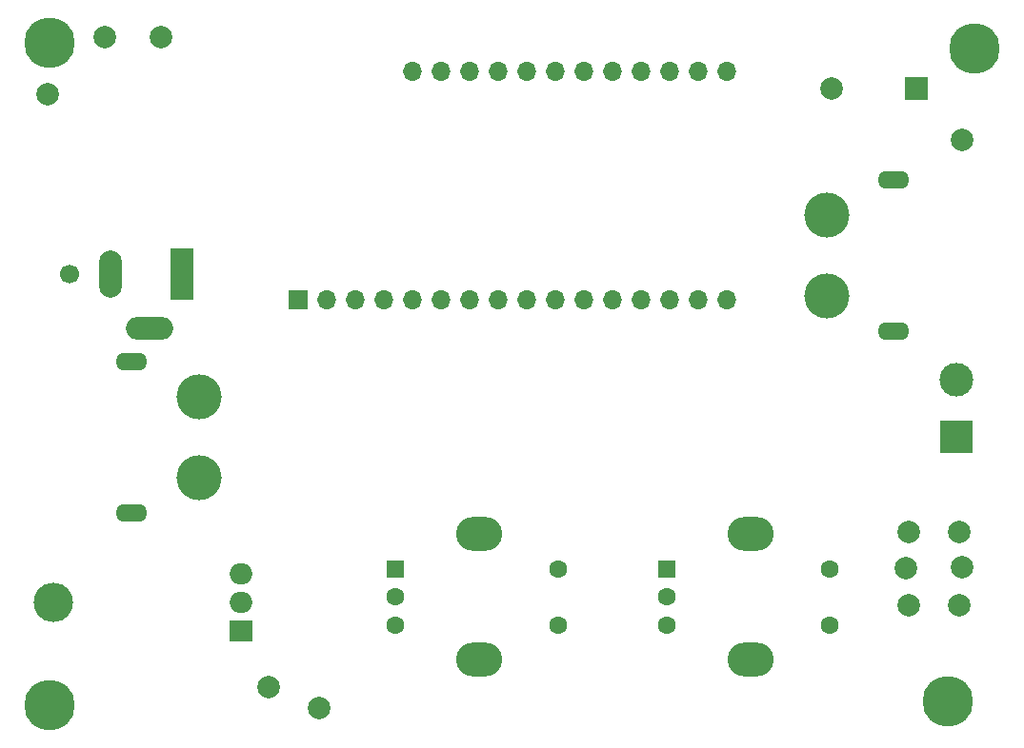
<source format=gbs>
%TF.GenerationSoftware,KiCad,Pcbnew,7.0.10-7.0.10~ubuntu22.04.1*%
%TF.CreationDate,2024-01-10T15:33:04-08:00*%
%TF.ProjectId,eFuse_voltmeter_r6,65467573-655f-4766-9f6c-746d65746572,rev?*%
%TF.SameCoordinates,Original*%
%TF.FileFunction,Soldermask,Bot*%
%TF.FilePolarity,Negative*%
%FSLAX46Y46*%
G04 Gerber Fmt 4.6, Leading zero omitted, Abs format (unit mm)*
G04 Created by KiCad (PCBNEW 7.0.10-7.0.10~ubuntu22.04.1) date 2024-01-10 15:33:04*
%MOMM*%
%LPD*%
G01*
G04 APERTURE LIST*
G04 Aperture macros list*
%AMRoundRect*
0 Rectangle with rounded corners*
0 $1 Rounding radius*
0 $2 $3 $4 $5 $6 $7 $8 $9 X,Y pos of 4 corners*
0 Add a 4 corners polygon primitive as box body*
4,1,4,$2,$3,$4,$5,$6,$7,$8,$9,$2,$3,0*
0 Add four circle primitives for the rounded corners*
1,1,$1+$1,$2,$3*
1,1,$1+$1,$4,$5*
1,1,$1+$1,$6,$7*
1,1,$1+$1,$8,$9*
0 Add four rect primitives between the rounded corners*
20,1,$1+$1,$2,$3,$4,$5,0*
20,1,$1+$1,$4,$5,$6,$7,0*
20,1,$1+$1,$6,$7,$8,$9,0*
20,1,$1+$1,$8,$9,$2,$3,0*%
G04 Aperture macros list end*
%ADD10C,4.500000*%
%ADD11C,2.000000*%
%ADD12C,4.000000*%
%ADD13O,2.800000X1.600000*%
%ADD14C,1.700000*%
%ADD15R,2.000000X4.600000*%
%ADD16O,2.000000X4.200000*%
%ADD17O,4.200000X2.000000*%
%ADD18R,3.000000X3.000000*%
%ADD19C,3.000000*%
%ADD20O,3.500000X3.500000*%
%ADD21R,2.000000X1.905000*%
%ADD22O,2.000000X1.905000*%
%ADD23R,1.700000X1.700000*%
%ADD24O,1.700000X1.700000*%
%ADD25R,2.000000X2.000000*%
%ADD26RoundRect,0.250000X-0.550000X-0.550000X0.550000X-0.550000X0.550000X0.550000X-0.550000X0.550000X0*%
%ADD27C,1.600000*%
%ADD28O,4.100000X3.000000*%
G04 APERTURE END LIST*
D10*
%TO.C,H4*%
X84810600Y-125307400D03*
%TD*%
%TO.C,H2*%
X84818200Y-66430200D03*
%TD*%
D11*
%TO.C,TP_Alert1*%
X94691200Y-65922200D03*
%TD*%
D10*
%TO.C,H1*%
X167028200Y-66938200D03*
%TD*%
D11*
%TO.C,PWR_OUT1*%
X165938200Y-75066200D03*
%TD*%
D12*
%TO.C,J2*%
X98085305Y-105097016D03*
X98085305Y-97897016D03*
D13*
X92085305Y-108247016D03*
X92085305Y-94747016D03*
%TD*%
D14*
%TO.C,J1*%
X86546200Y-87004200D03*
D15*
X96546200Y-87004200D03*
D16*
X90246200Y-87004200D03*
D17*
X93646200Y-91804200D03*
%TD*%
D11*
%TO.C,TP_5V1*%
X104241600Y-123748800D03*
%TD*%
%TO.C,GND1*%
X108788200Y-125612200D03*
%TD*%
D18*
%TO.C,J4*%
X165430200Y-101482200D03*
D19*
X165430200Y-96402200D03*
%TD*%
D10*
%TO.C,H3*%
X164652105Y-124964816D03*
%TD*%
D20*
%TO.C,U3*%
X85153000Y-116179600D03*
D21*
X101813000Y-118719600D03*
D22*
X101813000Y-116179600D03*
X101813000Y-113639600D03*
%TD*%
D23*
%TO.C,U2*%
X106878200Y-89238200D03*
D24*
X109418200Y-89238200D03*
X111958200Y-89238200D03*
X114498200Y-89238200D03*
X117038200Y-89238200D03*
X119578200Y-89238200D03*
X122118200Y-89238200D03*
X124658200Y-89238200D03*
X127198200Y-89238200D03*
X129738200Y-89238200D03*
X132278200Y-89238200D03*
X134818200Y-89238200D03*
X137358200Y-89238200D03*
X139898200Y-89238200D03*
X142438200Y-89238200D03*
X144978200Y-89238200D03*
X144978200Y-68918200D03*
X142438200Y-68918200D03*
X139898200Y-68918200D03*
X137358200Y-68918200D03*
X134818200Y-68918200D03*
X132278200Y-68918200D03*
X129738200Y-68918200D03*
X127198200Y-68918200D03*
X124658200Y-68918200D03*
X122118200Y-68918200D03*
X119578200Y-68918200D03*
X117038200Y-68918200D03*
%TD*%
D25*
%TO.C,BZ1*%
X161864200Y-70494200D03*
D11*
X154264200Y-70494200D03*
%TD*%
%TO.C,Vin1*%
X84658200Y-71002200D03*
%TD*%
%TO.C,GND2*%
X89738200Y-65922200D03*
%TD*%
%TO.C,SW1*%
X161148200Y-116416200D03*
X161148200Y-109916200D03*
X165923400Y-113063400D03*
X160894200Y-113114200D03*
X165648200Y-116416200D03*
X165648200Y-109916200D03*
%TD*%
D26*
%TO.C,SW3*%
X139638200Y-113206200D03*
D27*
X139638200Y-118206200D03*
X139638200Y-115706200D03*
X154138200Y-113206200D03*
X154138200Y-118206200D03*
D28*
X147138200Y-110106200D03*
X147138200Y-121306200D03*
%TD*%
D12*
%TO.C,J3*%
X153842200Y-81734200D03*
X153842200Y-88934200D03*
D13*
X159842200Y-78584200D03*
X159842200Y-92084200D03*
%TD*%
D26*
%TO.C,SW2*%
X115508200Y-113206200D03*
D27*
X115508200Y-118206200D03*
X115508200Y-115706200D03*
X130008200Y-113206200D03*
X130008200Y-118206200D03*
D28*
X123008200Y-110106200D03*
X123008200Y-121306200D03*
%TD*%
M02*

</source>
